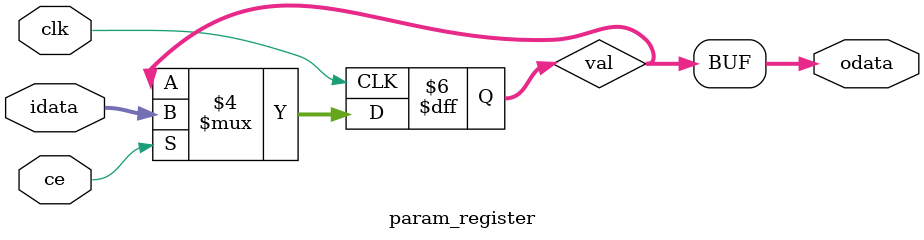
<source format=v>
`timescale 1ns / 1ps


module param_register#(
    parameter N=3
)
(
    input clk,
    input ce,
    input [N-1:0]idata,
    output [N-1:0]odata  
);
reg [N-1:0] val = 3'd0;
always @(posedge clk)
begin
    if(ce) val<=idata;
    else val<=val;
end
assign odata=val;
endmodule


</source>
